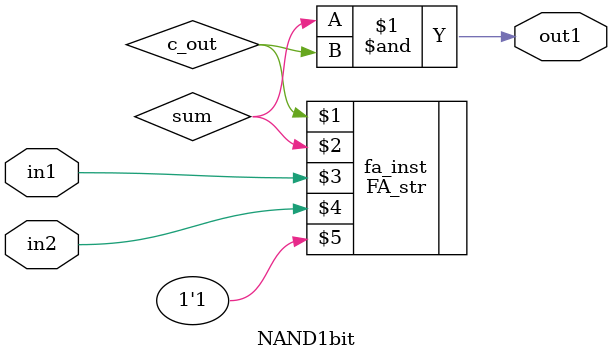
<source format=v>
`timescale 1ns / 1ps


module NAND1bit(out1,in1,in2);

input in1;
input in2;

output out1;

wire sum,c_out;

FA_str fa_inst(c_out,sum,in1,in2,1'b1);
and #1 and_inst(out1,sum,c_out);

endmodule

</source>
